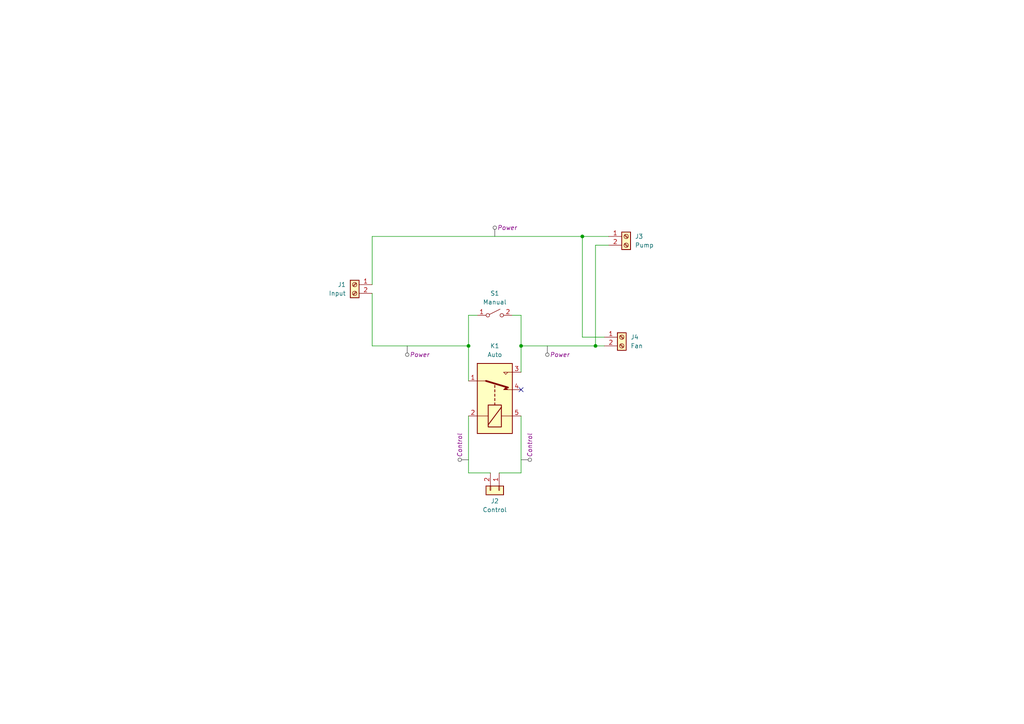
<source format=kicad_sch>
(kicad_sch (version 20231120) (generator "eeschema") (generator_version "8.0")
  (paper "A4")
  (title_block (title "Automatic Air Assist") (date "2023-09-11") (rev "1") (company "madhead"))
  (lib_symbols
    (symbol "Connector:Screw_Terminal_01x02" (pin_names (offset 1.016) hide)
      (property "Reference" "J" (at 0 2.54 0))
      (property "Value" "Screw_Terminal_01x02" (at 0 -5.08 0))
      (symbol "Screw_Terminal_01x02_1_1"
        (rectangle (start -1.27 1.27) (end 1.27 -3.81) (stroke (width 0.254)) (fill (type background)))
        (circle (center 0 -2.54) (radius 0.635) (stroke (width 0.1524)))
        (polyline (pts (xy -0.5334 -2.2098) (xy 0.3302 -3.048)) (stroke (width 0.1524)))
        (polyline (pts (xy -0.5334 0.3302) (xy 0.3302 -0.508)) (stroke (width 0.1524)))
        (polyline (pts (xy -0.3556 -2.032) (xy 0.508 -2.8702)) (stroke (width 0.1524)))
        (polyline (pts (xy -0.3556 0.508) (xy 0.508 -0.3302)) (stroke (width 0.1524)))
        (circle (center 0 0) (radius 0.635) (stroke (width 0.1524)))
        (pin passive line (at -5.08 0 0) (length 3.81) (name "Pin_1") (number "1"))
        (pin passive line (at -5.08 -2.54 0) (length 3.81) (name "Pin_2") (number "2"))
      )
    )
    (symbol "Connector_Generic:Conn_01x02" (pin_names (offset 1.016) hide)
      (property "Reference" "J" (at 0 2.54 0))
      (property "Value" "Conn_01x02" (at 0 -5.08 0))
      (symbol "Conn_01x02_1_1"
        (rectangle (start -1.27 -2.413) (end 0 -2.667) (stroke (width 0.1524)))
        (rectangle (start -1.27 0.127) (end 0 -0.127) (stroke (width 0.1524)))
        (rectangle (start -1.27 1.27) (end 1.27 -3.81) (stroke (width 0.254)) (fill (type background)))
        (pin passive line (at -5.08 0 0) (length 3.81) (name "Pin_1") (number "1"))
        (pin passive line (at -5.08 -2.54 0) (length 3.81) (name "Pin_2") (number "2"))
      )
    )
    (symbol "Relay:SANYOU_SRD_Form_C"
      (property "Reference" "K" (at 11.43 3.81 0))
      (property "Value" "SANYOU_SRD_Form_C" (at 11.43 1.27 0))
      (symbol "SANYOU_SRD_Form_C_0_0"
        (polyline (pts (xy 7.62 5.08) (xy 7.62 2.54) (xy 6.985 3.175) (xy 7.62 3.81)))
      )
      (symbol "SANYOU_SRD_Form_C_0_1"
        (rectangle (start -10.16 5.08) (end 10.16 -5.08) (stroke (width 0.254)) (fill (type background)))
        (rectangle (start -8.255 1.905) (end -1.905 -1.905) (stroke (width 0.254)))
        (polyline (pts (xy -7.62 -1.905) (xy -2.54 1.905)) (stroke (width 0.254)))
        (polyline (pts (xy -5.08 -5.08) (xy -5.08 -1.905)))
        (polyline (pts (xy -5.08 5.08) (xy -5.08 1.905)))
        (polyline (pts (xy -1.905 0) (xy -1.27 0)) (stroke (width 0.254)))
        (polyline (pts (xy -0.635 0) (xy 0 0)) (stroke (width 0.254)))
        (polyline (pts (xy 0.635 0) (xy 1.27 0)) (stroke (width 0.254)))
        (polyline (pts (xy 1.905 0) (xy 2.54 0)) (stroke (width 0.254)))
        (polyline (pts (xy 3.175 0) (xy 3.81 0)) (stroke (width 0.254)))
        (polyline (pts (xy 5.08 -2.54) (xy 3.175 3.81)) (stroke (width 0.508)))
        (polyline (pts (xy 5.08 -2.54) (xy 5.08 -5.08)))
      )
      (symbol "SANYOU_SRD_Form_C_1_1"
        (polyline (pts (xy 2.54 3.81) (xy 3.175 3.175) (xy 2.54 2.54) (xy 2.54 5.08)) (fill (type outline)))
        (pin passive line (at 5.08 -7.62 90) (length 2.54) (name "~") (number "1"))
        (pin passive line (at -5.08 -7.62 90) (length 2.54) (name "~") (number "2"))
        (pin passive line (at 7.62 7.62 270) (length 2.54) (name "~") (number "3"))
        (pin passive line (at 2.54 7.62 270) (length 2.54) (name "~") (number "4"))
        (pin passive line (at -5.08 7.62 270) (length 2.54) (name "~") (number "5"))
      )
    )
    (symbol "Switch:SW_SPST" (pin_names (offset 0) hide)
      (property "Reference" "SW" (at 0 3.175 0))
      (property "Value" "SW_SPST" (at 0 -2.54 0))
      (symbol "SW_SPST_0_0"
        (circle (center -2.032 0) (radius 0.508))
        (polyline (pts (xy -1.524 0.254) (xy 1.524 1.778)))
        (circle (center 2.032 0) (radius 0.508))
      )
      (symbol "SW_SPST_1_1"
        (pin passive line (at -5.08 0 0) (length 2.54) (name "A") (number "1"))
        (pin passive line (at 5.08 0 180) (length 2.54) (name "B") (number "2"))
      )
    )
  )
  (junction (at 151.13 100.33))
  (junction (at 172.72 100.33))
  (junction (at 168.91 68.58))
  (junction (at 135.89 100.33))
  (no_connect (at 151.13 113.03))
  (wire (pts (xy 168.91 97.79) (xy 168.91 68.58)))
  (wire (pts (xy 138.43 91.44) (xy 135.89 91.44)))
  (wire (pts (xy 151.13 120.65) (xy 151.13 137.16)))
  (wire (pts (xy 135.89 91.44) (xy 135.89 100.33)))
  (wire (pts (xy 175.26 100.33) (xy 172.72 100.33)))
  (wire (pts (xy 151.13 137.16) (xy 144.78 137.16)))
  (wire (pts (xy 172.72 100.33) (xy 151.13 100.33)))
  (wire (pts (xy 176.53 71.12) (xy 172.72 71.12)))
  (wire (pts (xy 107.95 100.33) (xy 135.89 100.33)))
  (wire (pts (xy 135.89 100.33) (xy 135.89 110.49)))
  (wire (pts (xy 135.89 137.16) (xy 142.24 137.16)))
  (wire (pts (xy 151.13 100.33) (xy 151.13 107.95)))
  (wire (pts (xy 107.95 68.58) (xy 107.95 82.55)))
  (wire (pts (xy 168.91 68.58) (xy 176.53 68.58)))
  (wire (pts (xy 151.13 91.44) (xy 151.13 100.33)))
  (wire (pts (xy 175.26 97.79) (xy 168.91 97.79)))
  (wire (pts (xy 107.95 68.58) (xy 168.91 68.58)))
  (wire (pts (xy 135.89 120.65) (xy 135.89 137.16)))
  (wire (pts (xy 148.59 91.44) (xy 151.13 91.44)))
  (wire (pts (xy 107.95 85.09) (xy 107.95 100.33)))
  (wire (pts (xy 172.72 71.12) (xy 172.72 100.33)))
  (netclass_flag "" (length 2.54) (shape round) (at 135.89 133.35 90) (property "Netclass" "Control" (at 133.35 132.6515 90) (effects (font (italic yes)) (justify left))))
  (netclass_flag "" (length 2.54) (shape round) (at 118.11 100.33 180) (property "Netclass" "Power" (at 118.8085 102.87 0) (effects (font (italic yes)) (justify left))))
  (netclass_flag "" (length 2.54) (shape round) (at 151.13 133.35 270) (property "Netclass" "Control" (at 153.67 132.6515 90) (effects (font (italic yes)) (justify left))))
  (netclass_flag "" (length 2.54) (shape round) (at 158.75 100.33 180) (property "Netclass" "Power" (at 159.4485 102.87 0) (effects (font (italic yes)) (justify left))))
  (netclass_flag "" (length 2.54) (shape round) (at 143.51 68.58 0) (property "Netclass" "Power" (at 144.2085 66.04 0) (effects (font (italic yes)) (justify left))))
  (symbol (lib_id "Switch:SW_SPST") (at 143.51 91.44 0) (unit 1)
    (property "Reference" "S1" (at 143.51 85.09 0))
    (property "Value" "Manual" (at 143.51 87.63 0))
    (property "Footprint" "TerminalBlock:TerminalBlock_bornier-2_P5.08mm" (effects (hide yes)))
    (property "Description" "Single Pole Single Throw (SPST) switch" (effects (hide yes)))
  )
  (symbol (lib_id "Connector:Screw_Terminal_01x02") (at 102.87 82.55 0) (mirror y) (unit 1)
    (property "Reference" "J1" (at 100.33 82.55 0) (effects (justify left)))
    (property "Value" "Input" (at 100.33 85.09 0) (effects (justify left)))
    (property "Footprint" "TerminalBlock:TerminalBlock_bornier-2_P5.08mm" (effects (hide yes)))
    (property "Datasheet" "https://datasheet.lcsc.com/lcsc/2303171000_Cixi-Kefa-Elec-KF301-5-0-2P_C474881.pdf" (effects (hide yes)))
  )
  (symbol (lib_id "Relay:SANYOU_SRD_Form_C") (at 143.51 115.57 270) (mirror x) (unit 1)
    (property "Reference" "K1" (at 143.51 100.33 90))
    (property "Value" "Auto" (at 143.51 102.87 90))
    (property "Footprint" "Relay_THT:Relay_SPDT_SANYOU_SRD_Series_Form_C" (effects (hide yes)))
    (property "Datasheet" "http://www.sanyourelay.ca/public/products/pdf/SRD.pdf" (effects (hide yes)))
  )
  (symbol (lib_id "Connector_Generic:Conn_01x02") (at 144.78 142.24 270) (unit 1)
    (property "Reference" "J2" (at 143.51 146.05 90) (effects (justify bottom)))
    (property "Value" "Control" (at 143.51 148.59 90) (effects (justify bottom)))
    (property "Footprint" "Connector_JST:JST_XH_B2B-XH-A_1x02_P2.50mm_Vertical" (effects (hide yes)))
    (property "Datasheet" "https://datasheet.lcsc.com/lcsc/2304140030_JST-Sales-America-B2B-XH-A-LF-SN_C158012.pdf" (effects (hide yes)))
  )
  (symbol (lib_id "Connector:Screw_Terminal_01x02") (at 181.61 68.58 0) (unit 1)
    (property "Reference" "J3" (at 184.15 68.58 0) (effects (justify left)))
    (property "Value" "Pump" (at 184.15 71.12 0) (effects (justify left)))
    (property "Footprint" "TerminalBlock:TerminalBlock_bornier-2_P5.08mm" (effects (hide yes)))
    (property "Datasheet" "https://datasheet.lcsc.com/lcsc/2303171000_Cixi-Kefa-Elec-KF301-5-0-2P_C474881.pdf" (effects (hide yes)))
  )
  (symbol (lib_id "Connector:Screw_Terminal_01x02") (at 180.34 97.79 0) (unit 1)
    (property "Reference" "J4" (at 182.88 97.79 0) (effects (justify left)))
    (property "Value" "Fan" (at 182.88 100.33 0) (effects (justify left)))
    (property "Footprint" "TerminalBlock:TerminalBlock_bornier-2_P5.08mm" (effects (hide yes)))
    (property "Datasheet" "https://datasheet.lcsc.com/lcsc/2303171000_Cixi-Kefa-Elec-KF301-5-0-2P_C474881.pdf" (effects (hide yes)))
  )
)
</source>
